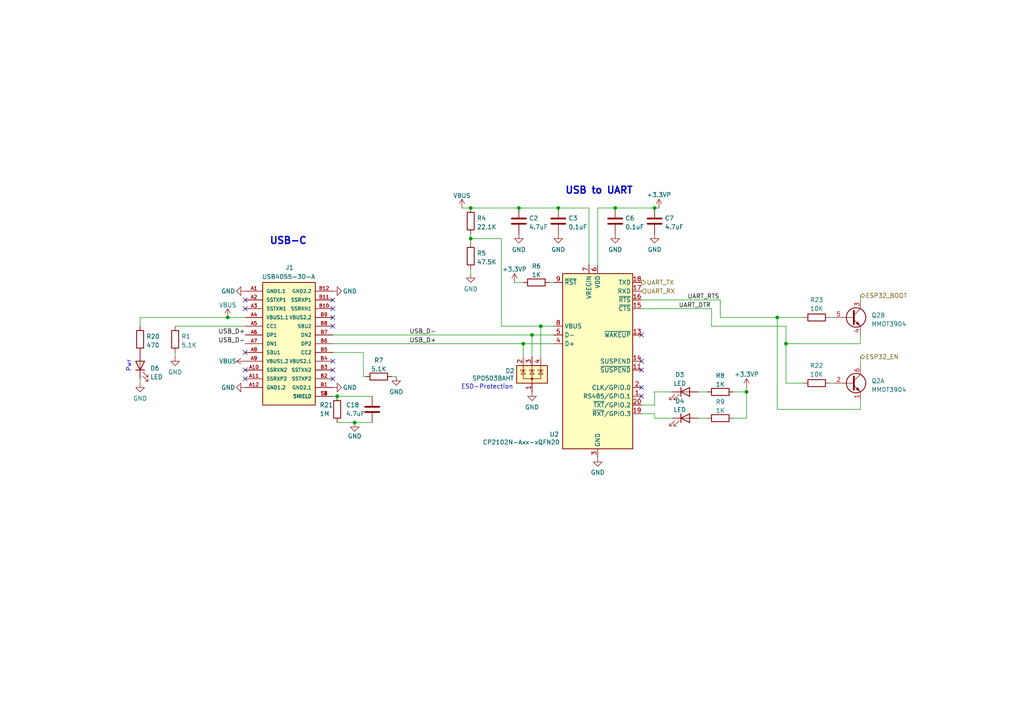
<source format=kicad_sch>
(kicad_sch (version 20230121) (generator eeschema)
  (paper "A4")
  (lib_symbols
    (symbol "Device:C" (pin_numbers hide) (pin_names (offset 0.254))
      (property "Reference" "C" (at 0.635 2.54 0))
      (property "Value" "C" (at 0.635 -2.54 0))
      (symbol "C_0_1"
        (polyline (pts (xy -2.032 -0.762) (xy 2.032 -0.762)) (stroke (width 0.508)))
        (polyline (pts (xy -2.032 0.762) (xy 2.032 0.762)) (stroke (width 0.508)))
      )
      (symbol "C_1_1"
        (pin passive line (at 0 3.81 270) (length 2.794) (name "~") (number "1"))
        (pin passive line (at 0 -3.81 90) (length 2.794) (name "~") (number "2"))
      )
    )
    (symbol "Device:LED" (pin_numbers hide) (pin_names (offset 1.016) hide)
      (property "Reference" "D" (at 0 2.54 0))
      (property "Value" "LED" (at 0 -2.54 0))
      (symbol "LED_0_1"
        (polyline (pts (xy -1.27 -1.27) (xy -1.27 1.27)) (stroke (width 0.254)))
        (polyline (pts (xy -1.27 0) (xy 1.27 0)))
        (polyline (pts (xy 1.27 -1.27) (xy 1.27 1.27) (xy -1.27 0) (xy 1.27 -1.27)) (stroke (width 0.254)))
        (polyline (pts (xy -3.048 -0.762) (xy -4.572 -2.286) (xy -3.81 -2.286) (xy -4.572 -2.286) (xy -4.572 -1.524)))
        (polyline (pts (xy -1.778 -0.762) (xy -3.302 -2.286) (xy -2.54 -2.286) (xy -3.302 -2.286) (xy -3.302 -1.524)))
      )
      (symbol "LED_1_1"
        (pin passive line (at -3.81 0 0) (length 2.54) (name "K") (number "1"))
        (pin passive line (at 3.81 0 180) (length 2.54) (name "A") (number "2"))
      )
    )
    (symbol "Device:R" (pin_numbers hide) (pin_names (offset 0))
      (property "Reference" "R" (at 2.032 0 90))
      (property "Value" "R" (at 0 0 90))
      (symbol "R_0_1"
        (rectangle (start -1.016 -2.54) (end 1.016 2.54) (stroke (width 0.254)))
      )
      (symbol "R_1_1"
        (pin passive line (at 0 3.81 270) (length 1.27) (name "~") (number "1"))
        (pin passive line (at 0 -3.81 90) (length 1.27) (name "~") (number "2"))
      )
    )
    (symbol "Interface_USB:CP2102N-Axx-xQFN20"
      (property "Reference" "U" (at -8.89 26.67 0))
      (property "Value" "CP2102N-Axx-xQFN20" (at 12.7 26.67 0))
      (symbol "CP2102N-Axx-xQFN20_0_1"
        (rectangle (start -10.16 25.4) (end 10.16 -25.4) (stroke (width 0.254)) (fill (type background)))
      )
      (symbol "CP2102N-Axx-xQFN20_1_1"
        (pin bidirectional line (at 12.7 -10.16 180) (length 2.54) (name "RS485/GPIO.1") (number "1"))
        (pin no_connect line (at -10.16 -22.86 0) (length 2.54) hide (name "NC") (number "10"))
        (pin output line (at 12.7 -2.54 180) (length 2.54) (name "~{SUSPEND}") (number "11"))
        (pin passive line (at 0 -27.94 90) (length 2.54) hide (name "GND") (number "12"))
        (pin input line (at 12.7 7.62 180) (length 2.54) (name "~{WAKEUP}") (number "13"))
        (pin output line (at 12.7 0 180) (length 2.54) (name "SUSPEND") (number "14"))
        (pin input line (at 12.7 15.24 180) (length 2.54) (name "~{CTS}") (number "15"))
        (pin output line (at 12.7 17.78 180) (length 2.54) (name "~{RTS}") (number "16"))
        (pin input line (at 12.7 20.32 180) (length 2.54) (name "RXD") (number "17"))
        (pin output line (at 12.7 22.86 180) (length 2.54) (name "TXD") (number "18"))
        (pin bidirectional line (at 12.7 -15.24 180) (length 2.54) (name "~{RXT}/GPIO.3") (number "19"))
        (pin bidirectional line (at 12.7 -7.62 180) (length 2.54) (name "CLK/GPIO.0") (number "2"))
        (pin bidirectional line (at 12.7 -12.7 180) (length 2.54) (name "~{TXT}/GPIO.2") (number "20"))
        (pin passive line (at 0 -27.94 90) (length 2.54) hide (name "GND") (number "21"))
        (pin power_in line (at 0 -27.94 90) (length 2.54) (name "GND") (number "3"))
        (pin bidirectional line (at -12.7 5.08 0) (length 2.54) (name "D+") (number "4"))
        (pin bidirectional line (at -12.7 7.62 0) (length 2.54) (name "D-") (number "5"))
        (pin power_in line (at 0 27.94 270) (length 2.54) (name "VDD") (number "6"))
        (pin power_in line (at -2.54 27.94 270) (length 2.54) (name "VREGIN") (number "7"))
        (pin input line (at -12.7 10.16 0) (length 2.54) (name "VBUS") (number "8"))
        (pin input line (at -12.7 22.86 0) (length 2.54) (name "~{RST}") (number "9"))
      )
    )
    (symbol "Power_Protection:SP0503BAHT" (pin_names hide)
      (property "Reference" "D" (at 5.715 2.54 0))
      (property "Value" "SP0503BAHT" (at 5.715 0.635 0))
      (symbol "SP0503BAHT_0_0"
        (pin passive line (at 0 -5.08 90) (length 2.54) (name "A") (number "1"))
      )
      (symbol "SP0503BAHT_0_1"
        (rectangle (start -4.445 2.54) (end 4.445 -2.54) (stroke (width 0.254)) (fill (type background)))
        (circle (center 0 -1.27) (radius 0.254) (fill (type outline)))
        (polyline (pts (xy -2.54 2.54) (xy -2.54 1.27)))
        (polyline (pts (xy 0 -1.27) (xy 0 -2.54)))
        (polyline (pts (xy 0 -1.27) (xy 0 1.27)))
        (polyline (pts (xy 0 2.54) (xy 0 1.27)))
        (polyline (pts (xy 0.635 1.27) (xy 0.762 1.27)))
        (polyline (pts (xy 2.54 2.54) (xy 2.54 1.27)))
        (polyline (pts (xy 0.635 1.27) (xy -0.762 1.27) (xy -0.762 1.016)))
        (polyline (pts (xy -3.302 1.016) (xy -3.302 1.27) (xy -1.905 1.27) (xy -1.778 1.27)))
        (polyline (pts (xy -2.54 1.27) (xy -2.54 -1.27) (xy 2.54 -1.27) (xy 2.54 1.27)))
        (polyline (pts (xy -2.54 1.27) (xy -1.905 0) (xy -3.175 0) (xy -2.54 1.27)))
        (polyline (pts (xy 0.635 0) (xy -0.635 0) (xy 0 1.27) (xy 0.635 0)))
        (polyline (pts (xy 1.778 1.016) (xy 1.778 1.27) (xy 3.175 1.27) (xy 3.302 1.27)))
        (polyline (pts (xy 2.54 1.27) (xy 1.905 0) (xy 3.175 0) (xy 2.54 1.27)))
      )
      (symbol "SP0503BAHT_1_1"
        (pin passive line (at -2.54 5.08 270) (length 2.54) (name "K") (number "2"))
        (pin passive line (at 0 5.08 270) (length 2.54) (name "K") (number "3"))
        (pin passive line (at 2.54 5.08 270) (length 2.54) (name "K") (number "4"))
      )
    )
    (symbol "Transistor_BJT:MMDT3904" (pin_names (offset 0) hide)
      (property "Reference" "Q" (at 5.08 1.27 0))
      (property "Value" "MMDT3904" (at 5.08 -1.27 0))
      (symbol "MMDT3904_0_1"
        (polyline (pts (xy 0.635 0) (xy -2.54 0)))
        (polyline (pts (xy 0.635 0.635) (xy 2.54 2.54)))
        (polyline (pts (xy 0.635 -0.635) (xy 2.54 -2.54) (xy 2.54 -2.54)))
        (polyline (pts (xy 0.635 1.905) (xy 0.635 -1.905) (xy 0.635 -1.905)) (stroke (width 0.508)))
        (polyline (pts (xy 1.27 -1.778) (xy 1.778 -1.27) (xy 2.286 -2.286) (xy 1.27 -1.778) (xy 1.27 -1.778)) (fill (type outline)))
        (circle (center 1.27 0) (radius 2.8194) (stroke (width 0.254)))
      )
      (symbol "MMDT3904_1_1"
        (pin passive line (at 2.54 -5.08 90) (length 2.54) (name "E1") (number "1"))
        (pin input line (at -5.08 0 0) (length 2.54) (name "B1") (number "2"))
        (pin passive line (at 2.54 5.08 270) (length 2.54) (name "C1") (number "6"))
      )
      (symbol "MMDT3904_2_1"
        (pin passive line (at 2.54 5.08 270) (length 2.54) (name "C2") (number "3"))
        (pin passive line (at 2.54 -5.08 90) (length 2.54) (name "E2") (number "4"))
        (pin input line (at -5.08 0 0) (length 2.54) (name "B2") (number "5"))
      )
    )
    (symbol "USB4055-30-A:USB4055-30-A" (pin_names (offset 1.016))
      (property "Reference" "J" (at -7.62 16.5354 0))
      (property "Value" "USB4055-30-A" (at -7.62 -21.59 0))
      (symbol "USB4055-30-A_0_0"
        (rectangle (start -7.62 16.51) (end 7.62 -19.05) (stroke (width 0.254)) (fill (type background)))
        (pin power_in line (at -12.7 13.97 0) (length 5.08) (name "GND1.1") (number "A1"))
        (pin input line (at -12.7 -8.89 0) (length 5.08) (name "SSRXN2") (number "A10"))
        (pin input line (at -12.7 -11.43 0) (length 5.08) (name "SSRXP2") (number "A11"))
        (pin power_in line (at -12.7 -13.97 0) (length 5.08) (name "GND1.2") (number "A12"))
        (pin output line (at -12.7 11.43 0) (length 5.08) (name "SSTXP1") (number "A2"))
        (pin output line (at -12.7 8.89 0) (length 5.08) (name "SSTXN1") (number "A3"))
        (pin power_in line (at -12.7 6.35 0) (length 5.08) (name "VBUS1.1") (number "A4"))
        (pin bidirectional line (at -12.7 3.81 0) (length 5.08) (name "CC1") (number "A5"))
        (pin bidirectional line (at -12.7 1.27 0) (length 5.08) (name "DP1") (number "A6"))
        (pin bidirectional line (at -12.7 -1.27 0) (length 5.08) (name "DN1") (number "A7"))
        (pin bidirectional line (at -12.7 -3.81 0) (length 5.08) (name "SBU1") (number "A8"))
        (pin power_in line (at -12.7 -6.35 0) (length 5.08) (name "VBUS1.2") (number "A9"))
        (pin power_in line (at 12.7 -13.97 180) (length 5.08) (name "GND2.1") (number "B1"))
        (pin input line (at 12.7 8.89 180) (length 5.08) (name "SSRXN1") (number "B10"))
        (pin input line (at 12.7 11.43 180) (length 5.08) (name "SSRXP1") (number "B11"))
        (pin power_in line (at 12.7 13.97 180) (length 5.08) (name "GND2.2") (number "B12"))
        (pin output line (at 12.7 -11.43 180) (length 5.08) (name "SSTXP2") (number "B2"))
        (pin output line (at 12.7 -8.89 180) (length 5.08) (name "SSTXN2") (number "B3"))
        (pin power_in line (at 12.7 -6.35 180) (length 5.08) (name "VBUS2.1") (number "B4"))
        (pin bidirectional line (at 12.7 -3.81 180) (length 5.08) (name "CC2") (number "B5"))
        (pin bidirectional line (at 12.7 -1.27 180) (length 5.08) (name "DP2") (number "B6"))
        (pin bidirectional line (at 12.7 1.27 180) (length 5.08) (name "DN2") (number "B7"))
        (pin bidirectional line (at 12.7 3.81 180) (length 5.08) (name "SBU2") (number "B8"))
        (pin power_in line (at 12.7 6.35 180) (length 5.08) (name "VBUS2.2") (number "B9"))
        (pin passive line (at 12.7 -16.51 180) (length 5.08) (name "SHIELD") (number "S1"))
        (pin passive line (at 12.7 -16.51 180) (length 5.08) (name "SHIELD") (number "S2"))
        (pin passive line (at 12.7 -16.51 180) (length 5.08) (name "SHIELD") (number "S3"))
        (pin passive line (at 12.7 -16.51 180) (length 5.08) (name "SHIELD") (number "S4"))
      )
    )
    (symbol "power:+3.3VP" (power) (pin_names (offset 0))
      (property "Value" "+3.3VP" (at 0 2.54 0))
      (symbol "+3.3VP_0_0"
        (pin power_in line (at 0 0 90) (length 0) hide (name "+3.3VP") (number "1"))
      )
      (symbol "+3.3VP_0_1"
        (polyline (pts (xy -0.762 1.27) (xy 0 2.54)))
        (polyline (pts (xy 0 0) (xy 0 2.54)))
        (polyline (pts (xy 0 2.54) (xy 0.762 1.27)))
      )
    )
    (symbol "power:GND" (power) (pin_names (offset 0))
      (property "Value" "GND" (at 0 -3.81 0))
      (symbol "GND_0_1"
        (polyline (pts (xy 0 0) (xy 0 -1.27) (xy 1.27 -1.27) (xy 0 -2.54) (xy -1.27 -1.27) (xy 0 -1.27)))
      )
      (symbol "GND_1_1"
        (pin power_in line (at 0 0 270) (length 0) hide (name "GND") (number "1"))
      )
    )
    (symbol "power:VBUS" (power) (pin_names (offset 0))
      (property "Value" "VBUS" (at 0 3.81 0))
      (symbol "VBUS_0_1"
        (polyline (pts (xy -0.762 1.27) (xy 0 2.54)))
        (polyline (pts (xy 0 0) (xy 0 2.54)))
        (polyline (pts (xy 0 2.54) (xy 0.762 1.27)))
      )
      (symbol "VBUS_1_1"
        (pin power_in line (at 0 0 90) (length 0) hide (name "VBUS") (number "1"))
      )
    )
  )
  (junction (at 227.965 99.695))
  (junction (at 178.435 60.325))
  (junction (at 189.865 60.325))
  (junction (at 156.845 94.615))
  (junction (at 102.87 122.555))
  (junction (at 161.925 60.325))
  (junction (at 150.495 60.325))
  (junction (at 136.525 60.325))
  (junction (at 154.305 97.155))
  (junction (at 151.765 99.695))
  (junction (at 66.04 92.075))
  (junction (at 97.79 114.935))
  (junction (at 225.425 92.075))
  (junction (at 216.535 113.665))
  (junction (at 136.525 69.215))
  (no_connect (at 96.52 86.995))
  (no_connect (at 96.52 94.615))
  (no_connect (at 96.52 92.075))
  (no_connect (at 71.12 109.855))
  (no_connect (at 186.055 114.935))
  (no_connect (at 71.12 86.995))
  (no_connect (at 96.52 104.775))
  (no_connect (at 71.12 102.235))
  (no_connect (at 186.055 104.775))
  (no_connect (at 186.055 97.155))
  (no_connect (at 96.52 109.855))
  (no_connect (at 71.12 107.315))
  (no_connect (at 71.12 89.535))
  (no_connect (at 96.52 89.535))
  (no_connect (at 96.52 107.315))
  (no_connect (at 186.055 107.315))
  (no_connect (at 186.055 112.395))
  (wire (pts (xy 189.865 120.015) (xy 189.865 121.285)))
  (wire (pts (xy 225.425 92.075) (xy 233.045 92.075)))
  (wire (pts (xy 206.375 89.535) (xy 186.055 89.535)))
  (wire (pts (xy 105.41 109.22) (xy 106.045 109.22)))
  (wire (pts (xy 156.845 94.615) (xy 160.655 94.615)))
  (wire (pts (xy 170.815 60.325) (xy 170.815 76.835)))
  (wire (pts (xy 136.525 78.105) (xy 136.525 79.375)))
  (wire (pts (xy 202.565 113.665) (xy 205.105 113.665)))
  (wire (pts (xy 225.425 118.745) (xy 225.425 92.075)))
  (wire (pts (xy 102.87 122.555) (xy 107.95 122.555)))
  (wire (pts (xy 149.225 81.915) (xy 151.765 81.915)))
  (wire (pts (xy 206.375 89.535) (xy 206.375 94.615)))
  (wire (pts (xy 186.055 117.475) (xy 189.865 117.475)))
  (wire (pts (xy 145.415 94.615) (xy 156.845 94.615)))
  (wire (pts (xy 136.525 69.215) (xy 145.415 69.215)))
  (wire (pts (xy 150.495 60.325) (xy 161.925 60.325)))
  (wire (pts (xy 212.725 113.665) (xy 216.535 113.665)))
  (wire (pts (xy 173.355 60.325) (xy 178.435 60.325)))
  (wire (pts (xy 249.555 85.725) (xy 249.555 86.995)))
  (wire (pts (xy 227.965 111.125) (xy 227.965 99.695)))
  (wire (pts (xy 151.765 99.695) (xy 151.765 103.505)))
  (wire (pts (xy 50.8 94.615) (xy 71.12 94.615)))
  (wire (pts (xy 136.525 60.325) (xy 150.495 60.325)))
  (wire (pts (xy 136.525 69.215) (xy 136.525 70.485)))
  (wire (pts (xy 240.665 92.075) (xy 241.935 92.075)))
  (wire (pts (xy 154.305 97.155) (xy 160.655 97.155)))
  (wire (pts (xy 170.815 60.325) (xy 161.925 60.325)))
  (wire (pts (xy 96.52 114.935) (xy 97.79 114.935)))
  (wire (pts (xy 249.555 118.745) (xy 225.425 118.745)))
  (wire (pts (xy 136.525 67.945) (xy 136.525 69.215)))
  (wire (pts (xy 208.915 92.075) (xy 208.915 86.995)))
  (wire (pts (xy 189.865 117.475) (xy 189.865 113.665)))
  (wire (pts (xy 189.865 113.665) (xy 194.945 113.665)))
  (wire (pts (xy 249.555 103.505) (xy 249.555 106.045)))
  (wire (pts (xy 216.535 113.665) (xy 216.535 121.285)))
  (wire (pts (xy 159.385 81.915) (xy 160.655 81.915)))
  (wire (pts (xy 240.665 111.125) (xy 241.935 111.125)))
  (wire (pts (xy 216.535 112.395) (xy 216.535 113.665)))
  (wire (pts (xy 97.79 114.935) (xy 107.95 114.935)))
  (wire (pts (xy 202.565 121.285) (xy 205.105 121.285)))
  (wire (pts (xy 208.915 92.075) (xy 225.425 92.075)))
  (wire (pts (xy 227.965 111.125) (xy 233.045 111.125)))
  (wire (pts (xy 227.965 99.695) (xy 249.555 99.695)))
  (wire (pts (xy 105.41 102.235) (xy 105.41 109.22)))
  (wire (pts (xy 96.52 99.695) (xy 151.765 99.695)))
  (wire (pts (xy 96.52 102.235) (xy 105.41 102.235)))
  (wire (pts (xy 40.64 109.855) (xy 40.64 111.125)))
  (wire (pts (xy 186.055 120.015) (xy 189.865 120.015)))
  (wire (pts (xy 249.555 97.155) (xy 249.555 99.695)))
  (wire (pts (xy 50.8 102.235) (xy 50.8 103.505)))
  (wire (pts (xy 154.305 97.155) (xy 154.305 103.505)))
  (wire (pts (xy 145.415 69.215) (xy 145.415 94.615)))
  (wire (pts (xy 66.04 92.075) (xy 71.12 92.075)))
  (wire (pts (xy 189.865 121.285) (xy 194.945 121.285)))
  (wire (pts (xy 206.375 94.615) (xy 227.965 94.615)))
  (wire (pts (xy 178.435 60.325) (xy 189.865 60.325)))
  (wire (pts (xy 208.915 86.995) (xy 186.055 86.995)))
  (wire (pts (xy 151.765 99.695) (xy 160.655 99.695)))
  (wire (pts (xy 173.355 60.325) (xy 173.355 76.835)))
  (wire (pts (xy 227.965 94.615) (xy 227.965 99.695)))
  (wire (pts (xy 156.845 94.615) (xy 156.845 103.505)))
  (wire (pts (xy 66.04 92.075) (xy 40.64 92.075)))
  (wire (pts (xy 96.52 97.155) (xy 154.305 97.155)))
  (wire (pts (xy 249.555 116.205) (xy 249.555 118.745)))
  (wire (pts (xy 113.665 109.22) (xy 114.935 109.22)))
  (wire (pts (xy 189.865 60.325) (xy 191.135 60.325)))
  (wire (pts (xy 97.79 122.555) (xy 102.87 122.555)))
  (wire (pts (xy 40.64 92.075) (xy 40.64 94.615)))
  (wire (pts (xy 133.985 60.325) (xy 136.525 60.325)))
  (wire (pts (xy 212.725 121.285) (xy 216.535 121.285)))
  (text "USB-C" (at 78.105 71.12 0) (effects (font (size 2 2) (thickness 0.4) bold) (justify left bottom)))
  (text "Pwr" (at 38.1 107.95 90) (effects (font (size 1.27 1.27)) (justify left bottom)))
  (text "ESD-Protection" (at 133.731 113.03 0) (effects (font (size 1.27 1.27)) (justify left bottom)))
  (text "USB to UART " (at 163.83 56.515 0) (effects (font (size 2 2) (thickness 0.4) bold) (justify left bottom)))
  (label "UART_RTS" (at 199.39 86.995 0))
  (label "UART_DTR" (at 196.85 89.535 0))
  (label "USB_D+" (at 118.745 99.695 0))
  (label "USB_D+" (at 71.12 97.155 180))
  (label "USB_D-" (at 71.12 99.695 180))
  (label "USB_D-" (at 118.745 97.155 0))
  (hierarchical_label "ESP32_BOOT" (shape bidirectional) (at 249.555 85.725 0))
  (hierarchical_label "UART_RX" (shape input) (at 186.055 84.455 0))
  (hierarchical_label "UART_TX" (shape output) (at 186.055 81.915 0))
  (hierarchical_label "ESP32_EN" (shape bidirectional) (at 249.555 103.505 0))
  (symbol (lib_id "power:GND") (at 173.355 132.715 0) (unit 1)
    (property "Reference" "#PWR019" (effects hide))
    (property "Value" "GND" (at 173.355 137.033 0))
    (instances (project "esp32-clover" (path "" (reference "#PWR019") (unit 1)) (path "" (reference "#PWR017") (unit 1))))
  )
  (symbol (lib_id "power:GND") (at 136.525 79.375 0) (unit 1)
    (property "Reference" "#PWR07" (effects hide))
    (property "Value" "GND" (at 136.525 83.8184 0))
    (instances (project "esp32-clover" (path "" (reference "#PWR07") (unit 1)) (path "" (reference "#PWR05") (unit 1))))
  )
  (symbol (lib_id "power:GND") (at 114.935 109.22 0) (unit 1)
    (property "Reference" "#PWR022" (effects hide))
    (property "Value" "GND" (at 114.935 113.6634 0))
    (instances (project "esp32-clover" (path "" (reference "#PWR022") (unit 1)) (path "" (reference "#PWR095") (unit 1))))
  )
  (symbol (lib_id "Device:R") (at 136.525 64.135 0) (unit 1)
    (property "Reference" "R4" (at 138.303 63.3003 0) (effects (justify left)))
    (property "Value" "22.1K" (at 138.303 65.8372 0) (effects (justify left)))
    (property "Footprint" "Resistor_SMD:R_0603_1608Metric" (effects hide))
    (instances (project "esp32-clover" (path "" (reference "R4") (unit 1)) (path "" (reference "R?") (unit 1))))
  )
  (symbol (lib_id "power:VBUS") (at 133.985 60.325 0) (unit 1)
    (property "Reference" "#PWR04" (effects hide))
    (property "Value" "VBUS" (at 133.985 56.7492 0))
    (instances (project "esp32-clover" (path "" (reference "#PWR04") (unit 1)) (path "" (reference "#PWR01") (unit 1))))
  )
  (symbol (lib_id "power:GND") (at 40.64 111.125 0) (unit 1)
    (property "Reference" "#PWR028" (effects hide))
    (property "Value" "GND" (at 40.64 115.5684 0))
    (instances (project "esp32-clover" (path "" (reference "#PWR028") (unit 1)) (path "" (reference "#PWR049") (unit 1))))
  )
  (symbol (lib_id "Device:R") (at 40.64 98.425 180) (unit 1)
    (property "Reference" "R20" (at 42.418 97.5903 0) (effects (justify right)))
    (property "Value" "470" (at 42.418 100.1272 0) (effects (justify right)))
    (property "Footprint" "Resistor_SMD:R_0603_1608Metric" (effects hide))
    (instances (project "esp32-clover" (path "" (reference "R20") (unit 1)) (path "" (reference "R?") (unit 1))))
  )
  (symbol (lib_id "power:GND") (at 154.305 113.665 0) (unit 1)
    (property "Reference" "#PWR013" (effects hide))
    (property "Value" "GND" (at 154.305 118.1084 0))
    (instances (project "esp32-clover" (path "" (reference "#PWR013") (unit 1)) (path "" (reference "#PWR09") (unit 1))))
  )
  (symbol (lib_id "Device:C") (at 107.95 118.745 0) (unit 1)
    (property "Reference" "C18" (at 100.33 117.4781 0) (effects (justify left)))
    (property "Value" "4.7uF" (at 100.33 120.015 0) (effects (justify left)))
    (property "Footprint" "Capacitor_SMD:C_0603_1608Metric" (effects hide))
    (instances (project "esp32-clover" (path "" (reference "C18") (unit 1)) (path "" (reference "C?") (unit 1))))
  )
  (symbol (lib_id "power:+3.3VP") (at 149.225 81.915 0) (unit 1)
    (property "Reference" "#PWR031" (effects hide))
    (property "Value" "+3.3VP" (at 149.225 78.105 0))
    (instances (project "esp32-clover" (path "" (reference "#PWR031") (unit 1)) (path "" (reference "#PWR06") (unit 1))))
  )
  (symbol (lib_id "Device:R") (at 208.915 113.665 270) (unit 1)
    (property "Reference" "R8" (at 208.915 108.9492 90))
    (property "Value" "1K" (at 208.915 111.4861 90))
    (property "Footprint" "Resistor_SMD:R_0603_1608Metric" (effects hide))
    (instances (project "esp32-clover" (path "" (reference "R8") (unit 1)) (path "" (reference "R?") (unit 1))))
  )
  (symbol (lib_id "power:GND") (at 50.8 103.505 0) (unit 1)
    (property "Reference" "#PWR01" (effects hide))
    (property "Value" "GND" (at 50.8 107.9484 0))
    (instances (project "esp32-clover" (path "" (reference "#PWR01") (unit 1)) (path "" (reference "#PWR050") (unit 1))))
  )
  (symbol (lib_id "Device:C") (at 161.925 64.135 0) (unit 1)
    (property "Reference" "C3" (at 164.846 63.3003 0) (effects (justify left)))
    (property "Value" "0.1uF" (at 164.846 65.8372 0) (effects (justify left)))
    (property "Footprint" "Capacitor_SMD:C_0603_1608Metric" (effects hide))
    (instances (project "esp32-clover" (path "" (reference "C3") (unit 1)) (path "" (reference "C?") (unit 1))))
  )
  (symbol (lib_id "Device:LED") (at 198.755 121.285 0) (unit 1)
    (property "Reference" "D4" (at 197.1675 116.3152 0))
    (property "Value" "LED" (at 197.1675 118.8521 0))
    (property "Footprint" "LED_SMD:LED_0603_1608Metric" (effects hide))
    (property "Color" "Orange" (effects hide))
    (instances (project "esp32-clover" (path "" (reference "D4") (unit 1)) (path "" (reference "D?") (unit 1))))
  )
  (symbol (lib_id "power:GND") (at 71.12 112.395 270) (unit 1)
    (property "Reference" "#PWR09" (effects hide))
    (property "Value" "GND" (at 64.135 112.395 90) (effects (justify left)))
    (instances (project "esp32-clover" (path "" (reference "#PWR09") (unit 1)) (path "" (reference "#PWR070") (unit 1))))
  )
  (symbol (lib_id "Device:C") (at 189.865 64.135 0) (unit 1)
    (property "Reference" "C7" (at 192.786 63.3003 0) (effects (justify left)))
    (property "Value" "4.7uF" (at 192.786 65.8372 0) (effects (justify left)))
    (property "Footprint" "Capacitor_SMD:C_0603_1608Metric" (effects hide))
    (instances (project "esp32-clover" (path "" (reference "C7") (unit 1)) (path "" (reference "C?") (unit 1))))
  )
  (symbol (lib_id "power:+3.3VP") (at 216.535 112.395 0) (unit 1)
    (property "Reference" "#PWR065" (effects hide))
    (property "Value" "+3.3VP" (at 216.535 108.585 0))
    (instances (project "esp32-clover" (path "" (reference "#PWR065") (unit 1)) (path "" (reference "#PWR096") (unit 1))))
  )
  (symbol (lib_id "Device:R") (at 236.855 92.075 270) (unit 1)
    (property "Reference" "R23" (at 236.855 86.995 90))
    (property "Value" "10K" (at 236.855 89.535 90))
    (property "Footprint" "Resistor_SMD:R_0603_1608Metric" (effects hide))
    (instances (project "esp32-clover" (path "" (reference "R23") (unit 1)) (path "" (reference "R?") (unit 1))))
  )
  (symbol (lib_id "power:GND") (at 96.52 112.395 90) (unit 1)
    (property "Reference" "#PWR016" (effects hide))
    (property "Value" "GND" (at 103.505 112.395 90) (effects (justify left)))
    (instances (project "esp32-clover" (path "" (reference "#PWR016") (unit 1)) (path "" (reference "#PWR093") (unit 1))))
  )
  (symbol (lib_id "Interface_USB:CP2102N-Axx-xQFN20") (at 173.355 104.775 0) (unit 1)
    (property "Reference" "U2" (at 159.385 125.984 0) (effects (justify left)))
    (property "Value" "CP2102N-Axx-xQFN20" (at 139.954 128.2669 0) (effects (justify left)))
    (property "Footprint" "Package_DFN_QFN:SiliconLabs_QFN-20-1EP_3x3mm_P0.5mm_EP1.8x1.8mm" (effects hide))
    (property "Datasheet" "https://www.silabs.com/documents/public/data-sheets/cp2102n-datasheet.pdf" (effects hide))
    (property "Supplier" "https://au.element14.com/silicon-labs/cp2102n-a02-gqfn20r/usb-uart-bridge-40-to-85deg-c/dp/3387001?ost=CP2102N-A02-GQFN20R" (effects hide))
    (instances (project "esp32-clover" (path "" (reference "U2") (unit 1)) (path "" (reference "U?") (unit 1))))
  )
  (symbol (lib_id "power:GND") (at 161.925 67.945 0) (unit 1)
    (property "Reference" "#PWR014" (effects hide))
    (property "Value" "GND" (at 161.925 72.3884 0))
    (instances (project "esp32-clover" (path "" (reference "#PWR014") (unit 1)) (path "" (reference "#PWR016") (unit 1))))
  )
  (symbol (lib_id "power:GND") (at 189.865 67.945 0) (unit 1)
    (property "Reference" "#PWR024" (effects hide))
    (property "Value" "GND" (at 189.865 72.3884 0))
    (instances (project "esp32-clover" (path "" (reference "#PWR024") (unit 1)) (path "" (reference "#PWR028") (unit 1))))
  )
  (symbol (lib_id "power:VBUS") (at 71.12 104.775 90) (unit 1)
    (property "Reference" "#PWR06" (effects hide))
    (property "Value" "VBUS" (at 63.5 104.775 90) (effects (justify right)))
    (instances (project "esp32-clover" (path "" (reference "#PWR06") (unit 1)) (path "" (reference "#PWR068") (unit 1))))
  )
  (symbol (lib_id "USB4055-30-A:USB4055-30-A") (at 83.82 98.425 0) (unit 1)
    (property "Reference" "J1" (at 82.804 77.597 0) (effects (justify left)))
    (property "Value" "USB4055-30-A" (at 75.946 80.264 0) (effects (justify left)))
    (property "Footprint" "USB4055-30-A:USB4055-30-A" (effects hide))
    (property "STANDARD" "Manufacturer Recommendations" (effects hide))
    (property "DIGI-KEY_PURCHASE_URL" "https://www.digikey.com.ua/product-detail/en/gct/USB4055-30-A/2073-USB4055-30-ACT-ND/9859729?utm_source=snapeda&utm_medium=aggregator&utm_campaign=symbol" (effects hide))
    (property "MANUFACTURER" "Global Connector Technology" (effects hide))
    (property "MP" "USB4055-30-A" (effects hide))
    (property "PACKAGE" "None" (effects hide))
    (property "DESCRIPTION" "USB Type C Receptacle Horizontal Hybrid PCB Top Mount 10 mm Body" (effects hide))
    (property "DIGI-KEY_PART_NUMBER" "2073-USB4055-30-ACT-ND" (effects hide))
    (property "PARTREV" "B" (effects hide))
    (property "Supplier" "https://au.element14.com/gct-global-connector-technology/usb4055-30-a/usb-connector-3-1-type-c-rcpt/dp/2784982?st=usb4055-30-a" (effects hide))
    (instances (project "esp32-clover" (path "" (reference "J1") (unit 1)) (path "" (reference "J?") (unit 1))))
  )
  (symbol (lib_id "power:GND") (at 102.87 122.555 0) (unit 1)
    (property "Reference" "#PWR017" (effects hide))
    (property "Value" "GND" (at 102.87 126.492 0))
    (instances (project "esp32-clover" (path "" (reference "#PWR017") (unit 1)) (path "" (reference "#PWR094") (unit 1))))
  )
  (symbol (lib_id "Power_Protection:SP0503BAHT") (at 154.305 108.585 0) (unit 1)
    (property "Reference" "D2" (at 146.558 107.569 0) (effects (justify left)))
    (property "Value" "SP0503BAHT" (at 136.906 109.728 0) (effects (justify left)))
    (property "Footprint" "Package_TO_SOT_SMD:SOT-143" (effects hide))
    (property "Datasheet" "http://www.littelfuse.com/~/media/files/littelfuse/technical%20resources/documents/data%20sheets/sp05xxba.pdf" (effects hide))
    (property "Supplier" "https://au.element14.com/littelfuse/sp0503bahtg/esd-protection-device-5-5v-sot/dp/1827633?st=SP0503BAHTG" (effects hide))
    (instances (project "esp32-clover" (path "" (reference "D2") (unit 1)) (path "" (reference "D?") (unit 1))))
  )
  (symbol (lib_id "power:GND") (at 71.12 84.455 270) (unit 1)
    (property "Reference" "#PWR08" (effects hide))
    (property "Value" "GND" (at 64.135 84.455 90) (effects (justify left)))
    (instances (project "esp32-clover" (path "" (reference "#PWR08") (unit 1)) (path "" (reference "#PWR053") (unit 1))))
  )
  (symbol (lib_id "Device:R") (at 155.575 81.915 270) (unit 1)
    (property "Reference" "R6" (at 155.575 77.1992 90))
    (property "Value" "1K" (at 155.575 79.7361 90))
    (property "Footprint" "Resistor_SMD:R_0603_1608Metric" (effects hide))
    (instances (project "esp32-clover" (path "" (reference "R6") (unit 1)) (path "" (reference "R?") (unit 1))))
  )
  (symbol (lib_id "Device:R") (at 136.525 74.295 0) (unit 1)
    (property "Reference" "R5" (at 138.303 73.4603 0) (effects (justify left)))
    (property "Value" "47.5K" (at 138.303 75.9972 0) (effects (justify left)))
    (property "Footprint" "Resistor_SMD:R_0603_1608Metric" (effects hide))
    (instances (project "esp32-clover" (path "" (reference "R5") (unit 1)) (path "" (reference "R?") (unit 1))))
  )
  (symbol (lib_id "Device:LED") (at 198.755 113.665 0) (unit 1)
    (property "Reference" "D3" (at 197.1675 108.6952 0))
    (property "Value" "LED" (at 197.1675 111.2321 0))
    (property "Footprint" "LED_SMD:LED_0603_1608Metric" (effects hide))
    (property "Color" "Orange" (effects hide))
    (instances (project "esp32-clover" (path "" (reference "D3") (unit 1)) (path "" (reference "D?") (unit 1))))
  )
  (symbol (lib_id "Device:R") (at 50.8 98.425 180) (unit 1)
    (property "Reference" "R1" (at 52.578 97.5903 0) (effects (justify right)))
    (property "Value" "5.1K" (at 52.578 100.1272 0) (effects (justify right)))
    (property "Footprint" "Resistor_SMD:R_0603_1608Metric" (effects hide))
    (instances (project "esp32-clover" (path "" (reference "R1") (unit 1)) (path "" (reference "R?") (unit 1))))
  )
  (symbol (lib_id "Transistor_BJT:MMDT3904") (at 247.015 92.075 0) (unit 2)
    (property "Reference" "Q2" (at 252.73 91.44 0) (effects (justify left)))
    (property "Value" "MMDT3904" (at 252.73 93.98 0) (effects (justify left)))
    (property "Footprint" "Package_TO_SOT_SMD:SOT-363_SC-70-6" (effects hide))
    (property "Datasheet" "http://www.diodes.com/_files/datasheets/ds30088.pdf" (effects hide))
    (instances (project "esp32-clover" (path "" (reference "Q2") (unit 2)) (path "" (reference "Q?") (unit 2))))
  )
  (symbol (lib_id "Device:LED") (at 40.64 106.045 90) (unit 1)
    (property "Reference" "D6" (at 43.561 106.7978 90) (effects (justify right)))
    (property "Value" "LED" (at 43.561 109.3347 90) (effects (justify right)))
    (property "Footprint" "LED_SMD:LED_0603_1608Metric" (effects hide))
    (property "Color" "Green" (effects hide))
    (instances (project "esp32-clover" (path "" (reference "D6") (unit 1)) (path "" (reference "D?") (unit 1))))
  )
  (symbol (lib_id "power:+3.3VP") (at 191.135 60.325 0) (unit 1)
    (property "Reference" "#PWR025" (effects hide))
    (property "Value" "+3.3VP" (at 191.135 56.515 0))
    (instances (project "esp32-clover" (path "" (reference "#PWR025") (unit 1)) (path "" (reference "#PWR059") (unit 1))))
  )
  (symbol (lib_id "Device:R") (at 236.855 111.125 270) (unit 1)
    (property "Reference" "R22" (at 236.855 106.045 90))
    (property "Value" "10K" (at 236.855 108.585 90))
    (property "Footprint" "Resistor_SMD:R_0603_1608Metric" (effects hide))
    (instances (project "esp32-clover" (path "" (reference "R22") (unit 1)) (path "" (reference "R?") (unit 1))))
  )
  (symbol (lib_id "power:GND") (at 150.495 67.945 0) (unit 1)
    (property "Reference" "#PWR012" (effects hide))
    (property "Value" "GND" (at 150.495 72.3884 0))
    (instances (project "esp32-clover" (path "" (reference "#PWR012") (unit 1)) (path "" (reference "#PWR08") (unit 1))))
  )
  (symbol (lib_id "Device:C") (at 150.495 64.135 0) (unit 1)
    (property "Reference" "C2" (at 153.416 63.3003 0) (effects (justify left)))
    (property "Value" "4.7uF" (at 153.416 65.8372 0) (effects (justify left)))
    (property "Footprint" "Capacitor_SMD:C_0603_1608Metric" (effects hide))
    (instances (project "esp32-clover" (path "" (reference "C2") (unit 1)) (path "" (reference "C?") (unit 1))))
  )
  (symbol (lib_id "power:VBUS") (at 66.04 92.075 0) (unit 1)
    (property "Reference" "#PWR05" (effects hide))
    (property "Value" "VBUS" (at 66.04 88.4992 0))
    (instances (project "esp32-clover" (path "" (reference "#PWR05") (unit 1)) (path "" (reference "#PWR051") (unit 1))))
  )
  (symbol (lib_id "power:GND") (at 178.435 67.945 0) (unit 1)
    (property "Reference" "#PWR021" (effects hide))
    (property "Value" "GND" (at 178.435 72.3884 0))
    (instances (project "esp32-clover" (path "" (reference "#PWR021") (unit 1)) (path "" (reference "#PWR022") (unit 1))))
  )
  (symbol (lib_id "Device:R") (at 97.79 118.745 180) (unit 1)
    (property "Reference" "R21" (at 92.71 117.475 0) (effects (justify right)))
    (property "Value" "1M" (at 92.71 120.015 0) (effects (justify right)))
    (property "Footprint" "Resistor_SMD:R_0603_1608Metric" (effects hide))
    (instances (project "esp32-clover" (path "" (reference "R21") (unit 1)) (path "" (reference "R?") (unit 1))))
  )
  (symbol (lib_id "power:GND") (at 96.52 84.455 90) (unit 1)
    (property "Reference" "#PWR059" (effects hide))
    (property "Value" "GND" (at 103.505 84.455 90) (effects (justify left)))
    (instances (project "esp32-clover" (path "" (reference "#PWR059") (unit 1)) (path "" (reference "#PWR092") (unit 1))))
  )
  (symbol (lib_id "Transistor_BJT:MMDT3904") (at 247.015 111.125 0) (unit 1)
    (property "Reference" "Q2" (at 252.73 110.49 0) (effects (justify left)))
    (property "Value" "MMDT3904" (at 252.73 113.03 0) (effects (justify left)))
    (property "Footprint" "Package_TO_SOT_SMD:SOT-363_SC-70-6" (effects hide))
    (property "Datasheet" "http://www.diodes.com/_files/datasheets/ds30088.pdf" (effects hide))
    (instances (project "esp32-clover" (path "" (reference "Q2") (unit 1)) (path "" (reference "Q?") (unit 1))))
  )
  (symbol (lib_id "Device:R") (at 109.855 109.22 90) (unit 1)
    (property "Reference" "R7" (at 109.855 104.5042 90))
    (property "Value" "5.1K" (at 109.855 107.0411 90))
    (property "Footprint" "Resistor_SMD:R_0603_1608Metric" (effects hide))
    (instances (project "esp32-clover" (path "" (reference "R7") (unit 1)) (path "" (reference "R?") (unit 1))))
  )
  (symbol (lib_id "Device:C") (at 178.435 64.135 0) (unit 1)
    (property "Reference" "C6" (at 181.356 63.3003 0) (effects (justify left)))
    (property "Value" "0.1uF" (at 181.356 65.8372 0) (effects (justify left)))
    (property "Footprint" "Capacitor_SMD:C_0603_1608Metric" (effects hide))
    (instances (project "esp32-clover" (path "" (reference "C6") (unit 1)) (path "" (reference "C?") (unit 1))))
  )
  (symbol (lib_id "Device:R") (at 208.915 121.285 270) (unit 1)
    (property "Reference" "R9" (at 208.915 116.5692 90))
    (property "Value" "1K" (at 208.915 119.1061 90))
    (property "Footprint" "Resistor_SMD:R_0603_1608Metric" (effects hide))
    (instances (project "esp32-clover" (path "" (reference "R9") (unit 1)) (path "" (reference "R?") (unit 1))))
  )
)
</source>
